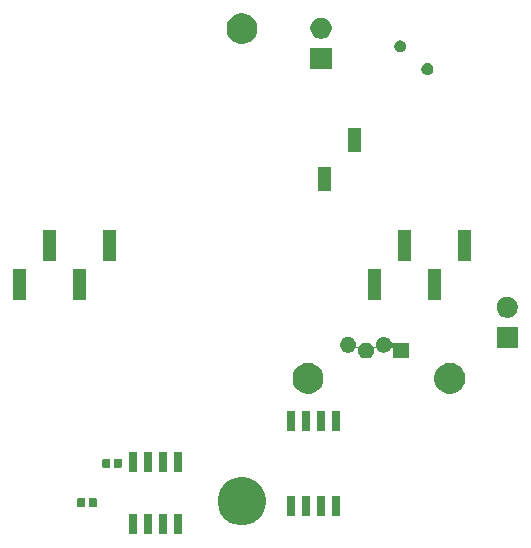
<source format=gbr>
G04 #@! TF.GenerationSoftware,KiCad,Pcbnew,5.1.5-52549c5~84~ubuntu18.04.1*
G04 #@! TF.CreationDate,2020-03-24T02:23:38-04:00*
G04 #@! TF.ProjectId,SwarmBot,53776172-6d42-46f7-942e-6b696361645f,rev?*
G04 #@! TF.SameCoordinates,Original*
G04 #@! TF.FileFunction,Soldermask,Bot*
G04 #@! TF.FilePolarity,Negative*
%FSLAX46Y46*%
G04 Gerber Fmt 4.6, Leading zero omitted, Abs format (unit mm)*
G04 Created by KiCad (PCBNEW 5.1.5-52549c5~84~ubuntu18.04.1) date 2020-03-24 02:23:38*
%MOMM*%
%LPD*%
G04 APERTURE LIST*
%ADD10C,0.100000*%
G04 APERTURE END LIST*
D10*
G36*
X-7720072Y-21066764D02*
G01*
X-7698991Y-21073160D01*
X-7679555Y-21083548D01*
X-7662524Y-21097524D01*
X-7648548Y-21114555D01*
X-7638160Y-21133991D01*
X-7631764Y-21155072D01*
X-7629000Y-21183140D01*
X-7629000Y-22696860D01*
X-7631764Y-22724928D01*
X-7638160Y-22746009D01*
X-7648548Y-22765445D01*
X-7662524Y-22782476D01*
X-7679555Y-22796452D01*
X-7698991Y-22806840D01*
X-7720072Y-22813236D01*
X-7748140Y-22816000D01*
X-8211860Y-22816000D01*
X-8239928Y-22813236D01*
X-8261009Y-22806840D01*
X-8280445Y-22796452D01*
X-8297476Y-22782476D01*
X-8311452Y-22765445D01*
X-8321840Y-22746009D01*
X-8328236Y-22724928D01*
X-8331000Y-22696860D01*
X-8331000Y-21183140D01*
X-8328236Y-21155072D01*
X-8321840Y-21133991D01*
X-8311452Y-21114555D01*
X-8297476Y-21097524D01*
X-8280445Y-21083548D01*
X-8261009Y-21073160D01*
X-8239928Y-21066764D01*
X-8211860Y-21064000D01*
X-7748140Y-21064000D01*
X-7720072Y-21066764D01*
G37*
G36*
X-8990072Y-21066764D02*
G01*
X-8968991Y-21073160D01*
X-8949555Y-21083548D01*
X-8932524Y-21097524D01*
X-8918548Y-21114555D01*
X-8908160Y-21133991D01*
X-8901764Y-21155072D01*
X-8899000Y-21183140D01*
X-8899000Y-22696860D01*
X-8901764Y-22724928D01*
X-8908160Y-22746009D01*
X-8918548Y-22765445D01*
X-8932524Y-22782476D01*
X-8949555Y-22796452D01*
X-8968991Y-22806840D01*
X-8990072Y-22813236D01*
X-9018140Y-22816000D01*
X-9481860Y-22816000D01*
X-9509928Y-22813236D01*
X-9531009Y-22806840D01*
X-9550445Y-22796452D01*
X-9567476Y-22782476D01*
X-9581452Y-22765445D01*
X-9591840Y-22746009D01*
X-9598236Y-22724928D01*
X-9601000Y-22696860D01*
X-9601000Y-21183140D01*
X-9598236Y-21155072D01*
X-9591840Y-21133991D01*
X-9581452Y-21114555D01*
X-9567476Y-21097524D01*
X-9550445Y-21083548D01*
X-9531009Y-21073160D01*
X-9509928Y-21066764D01*
X-9481860Y-21064000D01*
X-9018140Y-21064000D01*
X-8990072Y-21066764D01*
G37*
G36*
X-5180072Y-21066764D02*
G01*
X-5158991Y-21073160D01*
X-5139555Y-21083548D01*
X-5122524Y-21097524D01*
X-5108548Y-21114555D01*
X-5098160Y-21133991D01*
X-5091764Y-21155072D01*
X-5089000Y-21183140D01*
X-5089000Y-22696860D01*
X-5091764Y-22724928D01*
X-5098160Y-22746009D01*
X-5108548Y-22765445D01*
X-5122524Y-22782476D01*
X-5139555Y-22796452D01*
X-5158991Y-22806840D01*
X-5180072Y-22813236D01*
X-5208140Y-22816000D01*
X-5671860Y-22816000D01*
X-5699928Y-22813236D01*
X-5721009Y-22806840D01*
X-5740445Y-22796452D01*
X-5757476Y-22782476D01*
X-5771452Y-22765445D01*
X-5781840Y-22746009D01*
X-5788236Y-22724928D01*
X-5791000Y-22696860D01*
X-5791000Y-21183140D01*
X-5788236Y-21155072D01*
X-5781840Y-21133991D01*
X-5771452Y-21114555D01*
X-5757476Y-21097524D01*
X-5740445Y-21083548D01*
X-5721009Y-21073160D01*
X-5699928Y-21066764D01*
X-5671860Y-21064000D01*
X-5208140Y-21064000D01*
X-5180072Y-21066764D01*
G37*
G36*
X-6450072Y-21066764D02*
G01*
X-6428991Y-21073160D01*
X-6409555Y-21083548D01*
X-6392524Y-21097524D01*
X-6378548Y-21114555D01*
X-6368160Y-21133991D01*
X-6361764Y-21155072D01*
X-6359000Y-21183140D01*
X-6359000Y-22696860D01*
X-6361764Y-22724928D01*
X-6368160Y-22746009D01*
X-6378548Y-22765445D01*
X-6392524Y-22782476D01*
X-6409555Y-22796452D01*
X-6428991Y-22806840D01*
X-6450072Y-22813236D01*
X-6478140Y-22816000D01*
X-6941860Y-22816000D01*
X-6969928Y-22813236D01*
X-6991009Y-22806840D01*
X-7010445Y-22796452D01*
X-7027476Y-22782476D01*
X-7041452Y-22765445D01*
X-7051840Y-22746009D01*
X-7058236Y-22724928D01*
X-7061000Y-22696860D01*
X-7061000Y-21183140D01*
X-7058236Y-21155072D01*
X-7051840Y-21133991D01*
X-7041452Y-21114555D01*
X-7027476Y-21097524D01*
X-7010445Y-21083548D01*
X-6991009Y-21073160D01*
X-6969928Y-21066764D01*
X-6941860Y-21064000D01*
X-6478140Y-21064000D01*
X-6450072Y-21066764D01*
G37*
G36*
X598254Y-18027818D02*
G01*
X971511Y-18182426D01*
X971513Y-18182427D01*
X1307436Y-18406884D01*
X1593116Y-18692564D01*
X1817574Y-19028489D01*
X1972182Y-19401746D01*
X2051000Y-19797993D01*
X2051000Y-20202007D01*
X1972182Y-20598254D01*
X1817574Y-20971511D01*
X1817573Y-20971513D01*
X1593116Y-21307436D01*
X1307436Y-21593116D01*
X971513Y-21817573D01*
X971512Y-21817574D01*
X971511Y-21817574D01*
X598254Y-21972182D01*
X202007Y-22051000D01*
X-202007Y-22051000D01*
X-598254Y-21972182D01*
X-971511Y-21817574D01*
X-971512Y-21817574D01*
X-971513Y-21817573D01*
X-1307436Y-21593116D01*
X-1593116Y-21307436D01*
X-1817573Y-20971513D01*
X-1817574Y-20971511D01*
X-1972182Y-20598254D01*
X-2051000Y-20202007D01*
X-2051000Y-19797993D01*
X-1972182Y-19401746D01*
X-1817574Y-19028489D01*
X-1593116Y-18692564D01*
X-1307436Y-18406884D01*
X-971513Y-18182427D01*
X-971511Y-18182426D01*
X-598254Y-18027818D01*
X-202007Y-17949000D01*
X202007Y-17949000D01*
X598254Y-18027818D01*
G37*
G36*
X4394928Y-19571764D02*
G01*
X4416009Y-19578160D01*
X4435445Y-19588548D01*
X4452476Y-19602524D01*
X4466452Y-19619555D01*
X4476840Y-19638991D01*
X4483236Y-19660072D01*
X4486000Y-19688140D01*
X4486000Y-21151860D01*
X4483236Y-21179928D01*
X4476840Y-21201009D01*
X4466452Y-21220445D01*
X4452476Y-21237476D01*
X4435445Y-21251452D01*
X4416009Y-21261840D01*
X4394928Y-21268236D01*
X4366860Y-21271000D01*
X3903140Y-21271000D01*
X3875072Y-21268236D01*
X3853991Y-21261840D01*
X3834555Y-21251452D01*
X3817524Y-21237476D01*
X3803548Y-21220445D01*
X3793160Y-21201009D01*
X3786764Y-21179928D01*
X3784000Y-21151860D01*
X3784000Y-19688140D01*
X3786764Y-19660072D01*
X3793160Y-19638991D01*
X3803548Y-19619555D01*
X3817524Y-19602524D01*
X3834555Y-19588548D01*
X3853991Y-19578160D01*
X3875072Y-19571764D01*
X3903140Y-19569000D01*
X4366860Y-19569000D01*
X4394928Y-19571764D01*
G37*
G36*
X5664928Y-19571764D02*
G01*
X5686009Y-19578160D01*
X5705445Y-19588548D01*
X5722476Y-19602524D01*
X5736452Y-19619555D01*
X5746840Y-19638991D01*
X5753236Y-19660072D01*
X5756000Y-19688140D01*
X5756000Y-21151860D01*
X5753236Y-21179928D01*
X5746840Y-21201009D01*
X5736452Y-21220445D01*
X5722476Y-21237476D01*
X5705445Y-21251452D01*
X5686009Y-21261840D01*
X5664928Y-21268236D01*
X5636860Y-21271000D01*
X5173140Y-21271000D01*
X5145072Y-21268236D01*
X5123991Y-21261840D01*
X5104555Y-21251452D01*
X5087524Y-21237476D01*
X5073548Y-21220445D01*
X5063160Y-21201009D01*
X5056764Y-21179928D01*
X5054000Y-21151860D01*
X5054000Y-19688140D01*
X5056764Y-19660072D01*
X5063160Y-19638991D01*
X5073548Y-19619555D01*
X5087524Y-19602524D01*
X5104555Y-19588548D01*
X5123991Y-19578160D01*
X5145072Y-19571764D01*
X5173140Y-19569000D01*
X5636860Y-19569000D01*
X5664928Y-19571764D01*
G37*
G36*
X6934928Y-19571764D02*
G01*
X6956009Y-19578160D01*
X6975445Y-19588548D01*
X6992476Y-19602524D01*
X7006452Y-19619555D01*
X7016840Y-19638991D01*
X7023236Y-19660072D01*
X7026000Y-19688140D01*
X7026000Y-21151860D01*
X7023236Y-21179928D01*
X7016840Y-21201009D01*
X7006452Y-21220445D01*
X6992476Y-21237476D01*
X6975445Y-21251452D01*
X6956009Y-21261840D01*
X6934928Y-21268236D01*
X6906860Y-21271000D01*
X6443140Y-21271000D01*
X6415072Y-21268236D01*
X6393991Y-21261840D01*
X6374555Y-21251452D01*
X6357524Y-21237476D01*
X6343548Y-21220445D01*
X6333160Y-21201009D01*
X6326764Y-21179928D01*
X6324000Y-21151860D01*
X6324000Y-19688140D01*
X6326764Y-19660072D01*
X6333160Y-19638991D01*
X6343548Y-19619555D01*
X6357524Y-19602524D01*
X6374555Y-19588548D01*
X6393991Y-19578160D01*
X6415072Y-19571764D01*
X6443140Y-19569000D01*
X6906860Y-19569000D01*
X6934928Y-19571764D01*
G37*
G36*
X8204928Y-19571764D02*
G01*
X8226009Y-19578160D01*
X8245445Y-19588548D01*
X8262476Y-19602524D01*
X8276452Y-19619555D01*
X8286840Y-19638991D01*
X8293236Y-19660072D01*
X8296000Y-19688140D01*
X8296000Y-21151860D01*
X8293236Y-21179928D01*
X8286840Y-21201009D01*
X8276452Y-21220445D01*
X8262476Y-21237476D01*
X8245445Y-21251452D01*
X8226009Y-21261840D01*
X8204928Y-21268236D01*
X8176860Y-21271000D01*
X7713140Y-21271000D01*
X7685072Y-21268236D01*
X7663991Y-21261840D01*
X7644555Y-21251452D01*
X7627524Y-21237476D01*
X7613548Y-21220445D01*
X7603160Y-21201009D01*
X7596764Y-21179928D01*
X7594000Y-21151860D01*
X7594000Y-19688140D01*
X7596764Y-19660072D01*
X7603160Y-19638991D01*
X7613548Y-19619555D01*
X7627524Y-19602524D01*
X7644555Y-19588548D01*
X7663991Y-19578160D01*
X7685072Y-19571764D01*
X7713140Y-19569000D01*
X8176860Y-19569000D01*
X8204928Y-19571764D01*
G37*
G36*
X-12373062Y-19771716D02*
G01*
X-12352443Y-19777971D01*
X-12333447Y-19788124D01*
X-12316792Y-19801792D01*
X-12303124Y-19818447D01*
X-12292971Y-19837443D01*
X-12286716Y-19858062D01*
X-12284000Y-19885640D01*
X-12284000Y-20394360D01*
X-12286716Y-20421938D01*
X-12292971Y-20442557D01*
X-12303124Y-20461553D01*
X-12316792Y-20478208D01*
X-12333447Y-20491876D01*
X-12352443Y-20502029D01*
X-12373062Y-20508284D01*
X-12400640Y-20511000D01*
X-12859360Y-20511000D01*
X-12886938Y-20508284D01*
X-12907557Y-20502029D01*
X-12926553Y-20491876D01*
X-12943208Y-20478208D01*
X-12956876Y-20461553D01*
X-12967029Y-20442557D01*
X-12973284Y-20421938D01*
X-12976000Y-20394360D01*
X-12976000Y-19885640D01*
X-12973284Y-19858062D01*
X-12967029Y-19837443D01*
X-12956876Y-19818447D01*
X-12943208Y-19801792D01*
X-12926553Y-19788124D01*
X-12907557Y-19777971D01*
X-12886938Y-19771716D01*
X-12859360Y-19769000D01*
X-12400640Y-19769000D01*
X-12373062Y-19771716D01*
G37*
G36*
X-13343062Y-19771716D02*
G01*
X-13322443Y-19777971D01*
X-13303447Y-19788124D01*
X-13286792Y-19801792D01*
X-13273124Y-19818447D01*
X-13262971Y-19837443D01*
X-13256716Y-19858062D01*
X-13254000Y-19885640D01*
X-13254000Y-20394360D01*
X-13256716Y-20421938D01*
X-13262971Y-20442557D01*
X-13273124Y-20461553D01*
X-13286792Y-20478208D01*
X-13303447Y-20491876D01*
X-13322443Y-20502029D01*
X-13343062Y-20508284D01*
X-13370640Y-20511000D01*
X-13829360Y-20511000D01*
X-13856938Y-20508284D01*
X-13877557Y-20502029D01*
X-13896553Y-20491876D01*
X-13913208Y-20478208D01*
X-13926876Y-20461553D01*
X-13937029Y-20442557D01*
X-13943284Y-20421938D01*
X-13946000Y-20394360D01*
X-13946000Y-19885640D01*
X-13943284Y-19858062D01*
X-13937029Y-19837443D01*
X-13926876Y-19818447D01*
X-13913208Y-19801792D01*
X-13896553Y-19788124D01*
X-13877557Y-19777971D01*
X-13856938Y-19771716D01*
X-13829360Y-19769000D01*
X-13370640Y-19769000D01*
X-13343062Y-19771716D01*
G37*
G36*
X-5180072Y-15816764D02*
G01*
X-5158991Y-15823160D01*
X-5139555Y-15833548D01*
X-5122524Y-15847524D01*
X-5108548Y-15864555D01*
X-5098160Y-15883991D01*
X-5091764Y-15905072D01*
X-5089000Y-15933140D01*
X-5089000Y-17446860D01*
X-5091764Y-17474928D01*
X-5098160Y-17496009D01*
X-5108548Y-17515445D01*
X-5122524Y-17532476D01*
X-5139555Y-17546452D01*
X-5158991Y-17556840D01*
X-5180072Y-17563236D01*
X-5208140Y-17566000D01*
X-5671860Y-17566000D01*
X-5699928Y-17563236D01*
X-5721009Y-17556840D01*
X-5740445Y-17546452D01*
X-5757476Y-17532476D01*
X-5771452Y-17515445D01*
X-5781840Y-17496009D01*
X-5788236Y-17474928D01*
X-5791000Y-17446860D01*
X-5791000Y-15933140D01*
X-5788236Y-15905072D01*
X-5781840Y-15883991D01*
X-5771452Y-15864555D01*
X-5757476Y-15847524D01*
X-5740445Y-15833548D01*
X-5721009Y-15823160D01*
X-5699928Y-15816764D01*
X-5671860Y-15814000D01*
X-5208140Y-15814000D01*
X-5180072Y-15816764D01*
G37*
G36*
X-8990072Y-15816764D02*
G01*
X-8968991Y-15823160D01*
X-8949555Y-15833548D01*
X-8932524Y-15847524D01*
X-8918548Y-15864555D01*
X-8908160Y-15883991D01*
X-8901764Y-15905072D01*
X-8899000Y-15933140D01*
X-8899000Y-17446860D01*
X-8901764Y-17474928D01*
X-8908160Y-17496009D01*
X-8918548Y-17515445D01*
X-8932524Y-17532476D01*
X-8949555Y-17546452D01*
X-8968991Y-17556840D01*
X-8990072Y-17563236D01*
X-9018140Y-17566000D01*
X-9481860Y-17566000D01*
X-9509928Y-17563236D01*
X-9531009Y-17556840D01*
X-9550445Y-17546452D01*
X-9567476Y-17532476D01*
X-9581452Y-17515445D01*
X-9591840Y-17496009D01*
X-9598236Y-17474928D01*
X-9601000Y-17446860D01*
X-9601000Y-15933140D01*
X-9598236Y-15905072D01*
X-9591840Y-15883991D01*
X-9581452Y-15864555D01*
X-9567476Y-15847524D01*
X-9550445Y-15833548D01*
X-9531009Y-15823160D01*
X-9509928Y-15816764D01*
X-9481860Y-15814000D01*
X-9018140Y-15814000D01*
X-8990072Y-15816764D01*
G37*
G36*
X-7720072Y-15816764D02*
G01*
X-7698991Y-15823160D01*
X-7679555Y-15833548D01*
X-7662524Y-15847524D01*
X-7648548Y-15864555D01*
X-7638160Y-15883991D01*
X-7631764Y-15905072D01*
X-7629000Y-15933140D01*
X-7629000Y-17446860D01*
X-7631764Y-17474928D01*
X-7638160Y-17496009D01*
X-7648548Y-17515445D01*
X-7662524Y-17532476D01*
X-7679555Y-17546452D01*
X-7698991Y-17556840D01*
X-7720072Y-17563236D01*
X-7748140Y-17566000D01*
X-8211860Y-17566000D01*
X-8239928Y-17563236D01*
X-8261009Y-17556840D01*
X-8280445Y-17546452D01*
X-8297476Y-17532476D01*
X-8311452Y-17515445D01*
X-8321840Y-17496009D01*
X-8328236Y-17474928D01*
X-8331000Y-17446860D01*
X-8331000Y-15933140D01*
X-8328236Y-15905072D01*
X-8321840Y-15883991D01*
X-8311452Y-15864555D01*
X-8297476Y-15847524D01*
X-8280445Y-15833548D01*
X-8261009Y-15823160D01*
X-8239928Y-15816764D01*
X-8211860Y-15814000D01*
X-7748140Y-15814000D01*
X-7720072Y-15816764D01*
G37*
G36*
X-6450072Y-15816764D02*
G01*
X-6428991Y-15823160D01*
X-6409555Y-15833548D01*
X-6392524Y-15847524D01*
X-6378548Y-15864555D01*
X-6368160Y-15883991D01*
X-6361764Y-15905072D01*
X-6359000Y-15933140D01*
X-6359000Y-17446860D01*
X-6361764Y-17474928D01*
X-6368160Y-17496009D01*
X-6378548Y-17515445D01*
X-6392524Y-17532476D01*
X-6409555Y-17546452D01*
X-6428991Y-17556840D01*
X-6450072Y-17563236D01*
X-6478140Y-17566000D01*
X-6941860Y-17566000D01*
X-6969928Y-17563236D01*
X-6991009Y-17556840D01*
X-7010445Y-17546452D01*
X-7027476Y-17532476D01*
X-7041452Y-17515445D01*
X-7051840Y-17496009D01*
X-7058236Y-17474928D01*
X-7061000Y-17446860D01*
X-7061000Y-15933140D01*
X-7058236Y-15905072D01*
X-7051840Y-15883991D01*
X-7041452Y-15864555D01*
X-7027476Y-15847524D01*
X-7010445Y-15833548D01*
X-6991009Y-15823160D01*
X-6969928Y-15816764D01*
X-6941860Y-15814000D01*
X-6478140Y-15814000D01*
X-6450072Y-15816764D01*
G37*
G36*
X-10248062Y-16431716D02*
G01*
X-10227443Y-16437971D01*
X-10208447Y-16448124D01*
X-10191792Y-16461792D01*
X-10178124Y-16478447D01*
X-10167971Y-16497443D01*
X-10161716Y-16518062D01*
X-10159000Y-16545640D01*
X-10159000Y-17054360D01*
X-10161716Y-17081938D01*
X-10167971Y-17102557D01*
X-10178124Y-17121553D01*
X-10191792Y-17138208D01*
X-10208447Y-17151876D01*
X-10227443Y-17162029D01*
X-10248062Y-17168284D01*
X-10275640Y-17171000D01*
X-10734360Y-17171000D01*
X-10761938Y-17168284D01*
X-10782557Y-17162029D01*
X-10801553Y-17151876D01*
X-10818208Y-17138208D01*
X-10831876Y-17121553D01*
X-10842029Y-17102557D01*
X-10848284Y-17081938D01*
X-10851000Y-17054360D01*
X-10851000Y-16545640D01*
X-10848284Y-16518062D01*
X-10842029Y-16497443D01*
X-10831876Y-16478447D01*
X-10818208Y-16461792D01*
X-10801553Y-16448124D01*
X-10782557Y-16437971D01*
X-10761938Y-16431716D01*
X-10734360Y-16429000D01*
X-10275640Y-16429000D01*
X-10248062Y-16431716D01*
G37*
G36*
X-11218062Y-16431716D02*
G01*
X-11197443Y-16437971D01*
X-11178447Y-16448124D01*
X-11161792Y-16461792D01*
X-11148124Y-16478447D01*
X-11137971Y-16497443D01*
X-11131716Y-16518062D01*
X-11129000Y-16545640D01*
X-11129000Y-17054360D01*
X-11131716Y-17081938D01*
X-11137971Y-17102557D01*
X-11148124Y-17121553D01*
X-11161792Y-17138208D01*
X-11178447Y-17151876D01*
X-11197443Y-17162029D01*
X-11218062Y-17168284D01*
X-11245640Y-17171000D01*
X-11704360Y-17171000D01*
X-11731938Y-17168284D01*
X-11752557Y-17162029D01*
X-11771553Y-17151876D01*
X-11788208Y-17138208D01*
X-11801876Y-17121553D01*
X-11812029Y-17102557D01*
X-11818284Y-17081938D01*
X-11821000Y-17054360D01*
X-11821000Y-16545640D01*
X-11818284Y-16518062D01*
X-11812029Y-16497443D01*
X-11801876Y-16478447D01*
X-11788208Y-16461792D01*
X-11771553Y-16448124D01*
X-11752557Y-16437971D01*
X-11731938Y-16431716D01*
X-11704360Y-16429000D01*
X-11245640Y-16429000D01*
X-11218062Y-16431716D01*
G37*
G36*
X4394928Y-12371764D02*
G01*
X4416009Y-12378160D01*
X4435445Y-12388548D01*
X4452476Y-12402524D01*
X4466452Y-12419555D01*
X4476840Y-12438991D01*
X4483236Y-12460072D01*
X4486000Y-12488140D01*
X4486000Y-13951860D01*
X4483236Y-13979928D01*
X4476840Y-14001009D01*
X4466452Y-14020445D01*
X4452476Y-14037476D01*
X4435445Y-14051452D01*
X4416009Y-14061840D01*
X4394928Y-14068236D01*
X4366860Y-14071000D01*
X3903140Y-14071000D01*
X3875072Y-14068236D01*
X3853991Y-14061840D01*
X3834555Y-14051452D01*
X3817524Y-14037476D01*
X3803548Y-14020445D01*
X3793160Y-14001009D01*
X3786764Y-13979928D01*
X3784000Y-13951860D01*
X3784000Y-12488140D01*
X3786764Y-12460072D01*
X3793160Y-12438991D01*
X3803548Y-12419555D01*
X3817524Y-12402524D01*
X3834555Y-12388548D01*
X3853991Y-12378160D01*
X3875072Y-12371764D01*
X3903140Y-12369000D01*
X4366860Y-12369000D01*
X4394928Y-12371764D01*
G37*
G36*
X5664928Y-12371764D02*
G01*
X5686009Y-12378160D01*
X5705445Y-12388548D01*
X5722476Y-12402524D01*
X5736452Y-12419555D01*
X5746840Y-12438991D01*
X5753236Y-12460072D01*
X5756000Y-12488140D01*
X5756000Y-13951860D01*
X5753236Y-13979928D01*
X5746840Y-14001009D01*
X5736452Y-14020445D01*
X5722476Y-14037476D01*
X5705445Y-14051452D01*
X5686009Y-14061840D01*
X5664928Y-14068236D01*
X5636860Y-14071000D01*
X5173140Y-14071000D01*
X5145072Y-14068236D01*
X5123991Y-14061840D01*
X5104555Y-14051452D01*
X5087524Y-14037476D01*
X5073548Y-14020445D01*
X5063160Y-14001009D01*
X5056764Y-13979928D01*
X5054000Y-13951860D01*
X5054000Y-12488140D01*
X5056764Y-12460072D01*
X5063160Y-12438991D01*
X5073548Y-12419555D01*
X5087524Y-12402524D01*
X5104555Y-12388548D01*
X5123991Y-12378160D01*
X5145072Y-12371764D01*
X5173140Y-12369000D01*
X5636860Y-12369000D01*
X5664928Y-12371764D01*
G37*
G36*
X6934928Y-12371764D02*
G01*
X6956009Y-12378160D01*
X6975445Y-12388548D01*
X6992476Y-12402524D01*
X7006452Y-12419555D01*
X7016840Y-12438991D01*
X7023236Y-12460072D01*
X7026000Y-12488140D01*
X7026000Y-13951860D01*
X7023236Y-13979928D01*
X7016840Y-14001009D01*
X7006452Y-14020445D01*
X6992476Y-14037476D01*
X6975445Y-14051452D01*
X6956009Y-14061840D01*
X6934928Y-14068236D01*
X6906860Y-14071000D01*
X6443140Y-14071000D01*
X6415072Y-14068236D01*
X6393991Y-14061840D01*
X6374555Y-14051452D01*
X6357524Y-14037476D01*
X6343548Y-14020445D01*
X6333160Y-14001009D01*
X6326764Y-13979928D01*
X6324000Y-13951860D01*
X6324000Y-12488140D01*
X6326764Y-12460072D01*
X6333160Y-12438991D01*
X6343548Y-12419555D01*
X6357524Y-12402524D01*
X6374555Y-12388548D01*
X6393991Y-12378160D01*
X6415072Y-12371764D01*
X6443140Y-12369000D01*
X6906860Y-12369000D01*
X6934928Y-12371764D01*
G37*
G36*
X8204928Y-12371764D02*
G01*
X8226009Y-12378160D01*
X8245445Y-12388548D01*
X8262476Y-12402524D01*
X8276452Y-12419555D01*
X8286840Y-12438991D01*
X8293236Y-12460072D01*
X8296000Y-12488140D01*
X8296000Y-13951860D01*
X8293236Y-13979928D01*
X8286840Y-14001009D01*
X8276452Y-14020445D01*
X8262476Y-14037476D01*
X8245445Y-14051452D01*
X8226009Y-14061840D01*
X8204928Y-14068236D01*
X8176860Y-14071000D01*
X7713140Y-14071000D01*
X7685072Y-14068236D01*
X7663991Y-14061840D01*
X7644555Y-14051452D01*
X7627524Y-14037476D01*
X7613548Y-14020445D01*
X7603160Y-14001009D01*
X7596764Y-13979928D01*
X7594000Y-13951860D01*
X7594000Y-12488140D01*
X7596764Y-12460072D01*
X7603160Y-12438991D01*
X7613548Y-12419555D01*
X7627524Y-12402524D01*
X7644555Y-12388548D01*
X7663991Y-12378160D01*
X7685072Y-12371764D01*
X7713140Y-12369000D01*
X8176860Y-12369000D01*
X8204928Y-12371764D01*
G37*
G36*
X17979487Y-8348996D02*
G01*
X18216253Y-8447068D01*
X18216255Y-8447069D01*
X18429339Y-8589447D01*
X18610553Y-8770661D01*
X18752932Y-8983747D01*
X18851004Y-9220513D01*
X18901000Y-9471861D01*
X18901000Y-9728139D01*
X18851004Y-9979487D01*
X18752932Y-10216253D01*
X18752931Y-10216255D01*
X18610553Y-10429339D01*
X18429339Y-10610553D01*
X18216255Y-10752931D01*
X18216254Y-10752932D01*
X18216253Y-10752932D01*
X17979487Y-10851004D01*
X17728139Y-10901000D01*
X17471861Y-10901000D01*
X17220513Y-10851004D01*
X16983747Y-10752932D01*
X16983746Y-10752932D01*
X16983745Y-10752931D01*
X16770661Y-10610553D01*
X16589447Y-10429339D01*
X16447069Y-10216255D01*
X16447068Y-10216253D01*
X16348996Y-9979487D01*
X16299000Y-9728139D01*
X16299000Y-9471861D01*
X16348996Y-9220513D01*
X16447068Y-8983747D01*
X16589447Y-8770661D01*
X16770661Y-8589447D01*
X16983745Y-8447069D01*
X16983747Y-8447068D01*
X17220513Y-8348996D01*
X17471861Y-8299000D01*
X17728139Y-8299000D01*
X17979487Y-8348996D01*
G37*
G36*
X5979487Y-8348996D02*
G01*
X6216253Y-8447068D01*
X6216255Y-8447069D01*
X6429339Y-8589447D01*
X6610553Y-8770661D01*
X6752932Y-8983747D01*
X6851004Y-9220513D01*
X6901000Y-9471861D01*
X6901000Y-9728139D01*
X6851004Y-9979487D01*
X6752932Y-10216253D01*
X6752931Y-10216255D01*
X6610553Y-10429339D01*
X6429339Y-10610553D01*
X6216255Y-10752931D01*
X6216254Y-10752932D01*
X6216253Y-10752932D01*
X5979487Y-10851004D01*
X5728139Y-10901000D01*
X5471861Y-10901000D01*
X5220513Y-10851004D01*
X4983747Y-10752932D01*
X4983746Y-10752932D01*
X4983745Y-10752931D01*
X4770661Y-10610553D01*
X4589447Y-10429339D01*
X4447069Y-10216255D01*
X4447068Y-10216253D01*
X4348996Y-9979487D01*
X4299000Y-9728139D01*
X4299000Y-9471861D01*
X4348996Y-9220513D01*
X4447068Y-8983747D01*
X4589447Y-8770661D01*
X4770661Y-8589447D01*
X4983745Y-8447069D01*
X4983747Y-8447068D01*
X5220513Y-8348996D01*
X5471861Y-8299000D01*
X5728139Y-8299000D01*
X5979487Y-8348996D01*
G37*
G36*
X9153648Y-6091319D02*
G01*
X9197182Y-6099978D01*
X9320206Y-6150936D01*
X9430925Y-6224916D01*
X9525084Y-6319075D01*
X9599064Y-6429794D01*
X9650022Y-6552818D01*
X9654235Y-6574000D01*
X9676000Y-6683418D01*
X9676000Y-6816582D01*
X9671186Y-6840783D01*
X9668784Y-6865169D01*
X9671186Y-6889555D01*
X9678299Y-6913004D01*
X9689850Y-6934615D01*
X9705395Y-6953557D01*
X9724337Y-6969102D01*
X9745948Y-6980653D01*
X9769397Y-6987766D01*
X9793783Y-6990168D01*
X9818169Y-6987766D01*
X9841618Y-6980653D01*
X9863229Y-6969102D01*
X9882171Y-6953557D01*
X9897716Y-6934614D01*
X9900935Y-6929796D01*
X9900936Y-6929794D01*
X9974916Y-6819075D01*
X10069075Y-6724916D01*
X10179794Y-6650936D01*
X10302818Y-6599978D01*
X10346352Y-6591319D01*
X10433418Y-6574000D01*
X10566582Y-6574000D01*
X10653648Y-6591319D01*
X10697182Y-6599978D01*
X10820206Y-6650936D01*
X10930925Y-6724916D01*
X11025084Y-6819075D01*
X11099064Y-6929794D01*
X11099065Y-6929796D01*
X11102284Y-6934614D01*
X11117829Y-6953556D01*
X11136771Y-6969102D01*
X11158381Y-6980653D01*
X11181830Y-6987766D01*
X11206216Y-6990168D01*
X11230603Y-6987766D01*
X11254052Y-6980653D01*
X11275662Y-6969102D01*
X11294604Y-6953557D01*
X11310150Y-6934615D01*
X11321701Y-6913005D01*
X11328814Y-6889556D01*
X11331216Y-6865170D01*
X11328814Y-6840783D01*
X11324000Y-6816582D01*
X11324000Y-6683418D01*
X11345765Y-6574000D01*
X11349978Y-6552818D01*
X11400936Y-6429794D01*
X11474916Y-6319075D01*
X11569075Y-6224916D01*
X11679794Y-6150936D01*
X11802818Y-6099978D01*
X11846352Y-6091319D01*
X11933418Y-6074000D01*
X12066582Y-6074000D01*
X12153648Y-6091319D01*
X12197182Y-6099978D01*
X12320206Y-6150936D01*
X12430925Y-6224916D01*
X12525084Y-6319075D01*
X12599064Y-6429794D01*
X12626836Y-6496841D01*
X12638384Y-6518447D01*
X12653929Y-6537389D01*
X12672871Y-6552934D01*
X12694482Y-6564485D01*
X12717931Y-6571598D01*
X12742317Y-6574000D01*
X14176000Y-6574000D01*
X14176000Y-7926000D01*
X12824000Y-7926000D01*
X12824000Y-7145631D01*
X12821598Y-7121245D01*
X12814485Y-7097796D01*
X12802934Y-7076185D01*
X12787389Y-7057243D01*
X12768447Y-7041698D01*
X12746836Y-7030147D01*
X12723387Y-7023034D01*
X12699001Y-7020632D01*
X12674615Y-7023034D01*
X12651166Y-7030147D01*
X12629555Y-7041698D01*
X12610613Y-7057243D01*
X12595070Y-7076184D01*
X12525084Y-7180925D01*
X12430925Y-7275084D01*
X12320206Y-7349064D01*
X12197182Y-7400022D01*
X12153648Y-7408681D01*
X12066582Y-7426000D01*
X11933418Y-7426000D01*
X11846352Y-7408681D01*
X11802818Y-7400022D01*
X11679794Y-7349064D01*
X11569075Y-7275084D01*
X11474916Y-7180925D01*
X11400936Y-7070206D01*
X11400935Y-7070204D01*
X11397716Y-7065386D01*
X11382171Y-7046444D01*
X11363229Y-7030898D01*
X11341619Y-7019347D01*
X11318170Y-7012234D01*
X11293784Y-7009832D01*
X11269397Y-7012234D01*
X11245948Y-7019347D01*
X11224338Y-7030898D01*
X11205396Y-7046443D01*
X11189850Y-7065385D01*
X11178299Y-7086995D01*
X11171186Y-7110444D01*
X11168784Y-7134830D01*
X11171186Y-7159217D01*
X11175504Y-7180922D01*
X11176000Y-7183420D01*
X11176000Y-7316580D01*
X11150022Y-7447182D01*
X11099064Y-7570206D01*
X11025084Y-7680925D01*
X10930925Y-7775084D01*
X10820206Y-7849064D01*
X10697182Y-7900022D01*
X10653648Y-7908681D01*
X10566582Y-7926000D01*
X10433418Y-7926000D01*
X10346352Y-7908681D01*
X10302818Y-7900022D01*
X10179794Y-7849064D01*
X10069075Y-7775084D01*
X9974916Y-7680925D01*
X9900936Y-7570206D01*
X9849978Y-7447182D01*
X9824000Y-7316580D01*
X9824000Y-7183420D01*
X9824497Y-7180922D01*
X9828814Y-7159217D01*
X9831216Y-7134831D01*
X9828814Y-7110445D01*
X9821701Y-7086996D01*
X9810150Y-7065385D01*
X9794605Y-7046443D01*
X9775663Y-7030898D01*
X9754052Y-7019347D01*
X9730603Y-7012234D01*
X9706217Y-7009832D01*
X9681831Y-7012234D01*
X9658382Y-7019347D01*
X9636771Y-7030898D01*
X9617829Y-7046443D01*
X9602284Y-7065386D01*
X9599065Y-7070204D01*
X9599064Y-7070206D01*
X9525084Y-7180925D01*
X9430925Y-7275084D01*
X9320206Y-7349064D01*
X9197182Y-7400022D01*
X9153648Y-7408681D01*
X9066582Y-7426000D01*
X8933418Y-7426000D01*
X8846352Y-7408681D01*
X8802818Y-7400022D01*
X8679794Y-7349064D01*
X8569075Y-7275084D01*
X8474916Y-7180925D01*
X8400936Y-7070206D01*
X8349978Y-6947182D01*
X8328814Y-6840783D01*
X8324000Y-6816582D01*
X8324000Y-6683418D01*
X8345765Y-6574000D01*
X8349978Y-6552818D01*
X8400936Y-6429794D01*
X8474916Y-6319075D01*
X8569075Y-6224916D01*
X8679794Y-6150936D01*
X8802818Y-6099978D01*
X8846352Y-6091319D01*
X8933418Y-6074000D01*
X9066582Y-6074000D01*
X9153648Y-6091319D01*
G37*
G36*
X23361000Y-7031000D02*
G01*
X21559000Y-7031000D01*
X21559000Y-5229000D01*
X23361000Y-5229000D01*
X23361000Y-7031000D01*
G37*
G36*
X22573512Y-2693927D02*
G01*
X22722812Y-2723624D01*
X22886784Y-2791544D01*
X23034354Y-2890147D01*
X23159853Y-3015646D01*
X23258456Y-3163216D01*
X23326376Y-3327188D01*
X23361000Y-3501259D01*
X23361000Y-3678741D01*
X23326376Y-3852812D01*
X23258456Y-4016784D01*
X23159853Y-4164354D01*
X23034354Y-4289853D01*
X22886784Y-4388456D01*
X22722812Y-4456376D01*
X22573512Y-4486073D01*
X22548742Y-4491000D01*
X22371258Y-4491000D01*
X22346488Y-4486073D01*
X22197188Y-4456376D01*
X22033216Y-4388456D01*
X21885646Y-4289853D01*
X21760147Y-4164354D01*
X21661544Y-4016784D01*
X21593624Y-3852812D01*
X21559000Y-3678741D01*
X21559000Y-3501259D01*
X21593624Y-3327188D01*
X21661544Y-3163216D01*
X21760147Y-3015646D01*
X21885646Y-2890147D01*
X22033216Y-2791544D01*
X22197188Y-2723624D01*
X22346488Y-2693927D01*
X22371258Y-2689000D01*
X22548742Y-2689000D01*
X22573512Y-2693927D01*
G37*
G36*
X-13179000Y-2961000D02*
G01*
X-14281000Y-2961000D01*
X-14281000Y-349000D01*
X-13179000Y-349000D01*
X-13179000Y-2961000D01*
G37*
G36*
X11741000Y-2961000D02*
G01*
X10639000Y-2961000D01*
X10639000Y-349000D01*
X11741000Y-349000D01*
X11741000Y-2961000D01*
G37*
G36*
X16821000Y-2961000D02*
G01*
X15719000Y-2961000D01*
X15719000Y-349000D01*
X16821000Y-349000D01*
X16821000Y-2961000D01*
G37*
G36*
X-18259000Y-2961000D02*
G01*
X-19361000Y-2961000D01*
X-19361000Y-349000D01*
X-18259000Y-349000D01*
X-18259000Y-2961000D01*
G37*
G36*
X19361000Y349000D02*
G01*
X18259000Y349000D01*
X18259000Y2961000D01*
X19361000Y2961000D01*
X19361000Y349000D01*
G37*
G36*
X-10639000Y349000D02*
G01*
X-11741000Y349000D01*
X-11741000Y2961000D01*
X-10639000Y2961000D01*
X-10639000Y349000D01*
G37*
G36*
X-15719000Y349000D02*
G01*
X-16821000Y349000D01*
X-16821000Y2961000D01*
X-15719000Y2961000D01*
X-15719000Y349000D01*
G37*
G36*
X14281000Y349000D02*
G01*
X13179000Y349000D01*
X13179000Y2961000D01*
X14281000Y2961000D01*
X14281000Y349000D01*
G37*
G36*
X7581000Y6249000D02*
G01*
X6479000Y6249000D01*
X6479000Y8251000D01*
X7581000Y8251000D01*
X7581000Y6249000D01*
G37*
G36*
X10121000Y9549000D02*
G01*
X9019000Y9549000D01*
X9019000Y11551000D01*
X10121000Y11551000D01*
X10121000Y9549000D01*
G37*
G36*
X15796807Y17077192D02*
G01*
X15845203Y17067566D01*
X15882969Y17051923D01*
X15936378Y17029800D01*
X15936379Y17029799D01*
X16018436Y16974971D01*
X16088219Y16905188D01*
X16088220Y16905186D01*
X16143048Y16823130D01*
X16180814Y16731954D01*
X16200067Y16635164D01*
X16200067Y16536474D01*
X16180814Y16439684D01*
X16143048Y16348508D01*
X16143047Y16348507D01*
X16088219Y16266450D01*
X16018436Y16196667D01*
X15977129Y16169067D01*
X15936378Y16141838D01*
X15882969Y16119715D01*
X15845203Y16104072D01*
X15796807Y16094445D01*
X15748412Y16084819D01*
X15649722Y16084819D01*
X15601327Y16094445D01*
X15552931Y16104072D01*
X15515165Y16119715D01*
X15461756Y16141838D01*
X15421005Y16169067D01*
X15379698Y16196667D01*
X15309915Y16266450D01*
X15255087Y16348507D01*
X15255086Y16348508D01*
X15217320Y16439684D01*
X15198067Y16536474D01*
X15198067Y16635164D01*
X15217320Y16731954D01*
X15255086Y16823130D01*
X15309914Y16905186D01*
X15309915Y16905188D01*
X15379698Y16974971D01*
X15461755Y17029799D01*
X15461756Y17029800D01*
X15515165Y17051923D01*
X15552931Y17067566D01*
X15601327Y17077192D01*
X15649722Y17086819D01*
X15748412Y17086819D01*
X15796807Y17077192D01*
G37*
G36*
X7601000Y16599000D02*
G01*
X5799000Y16599000D01*
X5799000Y18401000D01*
X7601000Y18401000D01*
X7601000Y16599000D01*
G37*
G36*
X13498673Y19005554D02*
G01*
X13547069Y18995928D01*
X13562715Y18989447D01*
X13638244Y18958162D01*
X13638245Y18958161D01*
X13720302Y18903333D01*
X13790085Y18833550D01*
X13790086Y18833548D01*
X13844914Y18751492D01*
X13882680Y18660316D01*
X13901933Y18563526D01*
X13901933Y18464836D01*
X13882680Y18368046D01*
X13844914Y18276870D01*
X13844913Y18276869D01*
X13790085Y18194812D01*
X13720302Y18125029D01*
X13678995Y18097429D01*
X13638244Y18070200D01*
X13584835Y18048077D01*
X13547069Y18032434D01*
X13498673Y18022808D01*
X13450278Y18013181D01*
X13351588Y18013181D01*
X13303193Y18022808D01*
X13254797Y18032434D01*
X13217031Y18048077D01*
X13163622Y18070200D01*
X13122871Y18097429D01*
X13081564Y18125029D01*
X13011781Y18194812D01*
X12956953Y18276869D01*
X12956952Y18276870D01*
X12919186Y18368046D01*
X12899933Y18464836D01*
X12899933Y18563526D01*
X12919186Y18660316D01*
X12956952Y18751492D01*
X13011780Y18833548D01*
X13011781Y18833550D01*
X13081564Y18903333D01*
X13163621Y18958161D01*
X13163622Y18958162D01*
X13239151Y18989447D01*
X13254797Y18995928D01*
X13303193Y19005554D01*
X13351588Y19015181D01*
X13450278Y19015181D01*
X13498673Y19005554D01*
G37*
G36*
X379487Y21251004D02*
G01*
X616253Y21152932D01*
X616255Y21152931D01*
X829339Y21010553D01*
X1010553Y20829339D01*
X1070346Y20739853D01*
X1152932Y20616253D01*
X1251004Y20379487D01*
X1301000Y20128139D01*
X1301000Y19871861D01*
X1251004Y19620513D01*
X1152932Y19383747D01*
X1152931Y19383745D01*
X1010553Y19170661D01*
X829339Y18989447D01*
X616255Y18847069D01*
X616254Y18847068D01*
X616253Y18847068D01*
X379487Y18748996D01*
X128139Y18699000D01*
X-128139Y18699000D01*
X-379487Y18748996D01*
X-616253Y18847068D01*
X-616254Y18847068D01*
X-616255Y18847069D01*
X-829339Y18989447D01*
X-1010553Y19170661D01*
X-1152931Y19383745D01*
X-1152932Y19383747D01*
X-1251004Y19620513D01*
X-1301000Y19871861D01*
X-1301000Y20128139D01*
X-1251004Y20379487D01*
X-1152932Y20616253D01*
X-1070345Y20739853D01*
X-1010553Y20829339D01*
X-829339Y21010553D01*
X-616255Y21152931D01*
X-616253Y21152932D01*
X-379487Y21251004D01*
X-128139Y21301000D01*
X128139Y21301000D01*
X379487Y21251004D01*
G37*
G36*
X6813512Y20936073D02*
G01*
X6962812Y20906376D01*
X7126784Y20838456D01*
X7274354Y20739853D01*
X7399853Y20614354D01*
X7498456Y20466784D01*
X7566376Y20302812D01*
X7601000Y20128741D01*
X7601000Y19951259D01*
X7566376Y19777188D01*
X7498456Y19613216D01*
X7399853Y19465646D01*
X7274354Y19340147D01*
X7126784Y19241544D01*
X6962812Y19173624D01*
X6813512Y19143927D01*
X6788742Y19139000D01*
X6611258Y19139000D01*
X6586488Y19143927D01*
X6437188Y19173624D01*
X6273216Y19241544D01*
X6125646Y19340147D01*
X6000147Y19465646D01*
X5901544Y19613216D01*
X5833624Y19777188D01*
X5799000Y19951259D01*
X5799000Y20128741D01*
X5833624Y20302812D01*
X5901544Y20466784D01*
X6000147Y20614354D01*
X6125646Y20739853D01*
X6273216Y20838456D01*
X6437188Y20906376D01*
X6586488Y20936073D01*
X6611258Y20941000D01*
X6788742Y20941000D01*
X6813512Y20936073D01*
G37*
M02*

</source>
